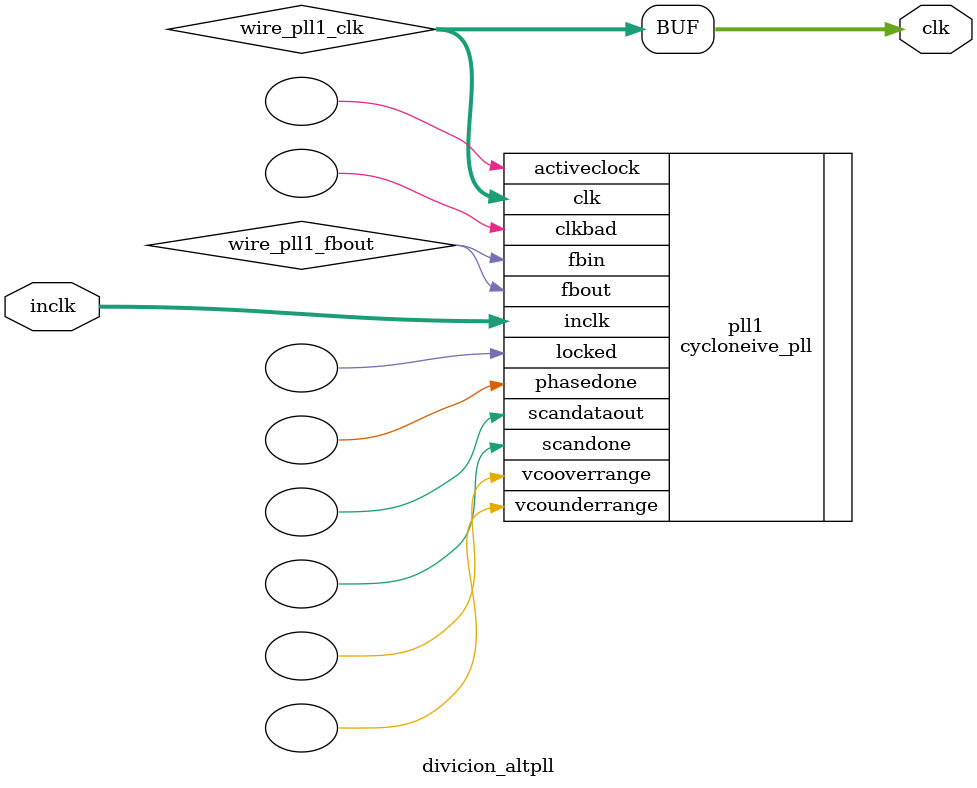
<source format=v>






//synthesis_resources = cycloneive_pll 1 
//synopsys translate_off
`timescale 1 ps / 1 ps
//synopsys translate_on
module  divicion_altpll
	( 
	clk,
	inclk) /* synthesis synthesis_clearbox=1 */;
	output   [4:0]  clk;
	input   [1:0]  inclk;
`ifndef ALTERA_RESERVED_QIS
// synopsys translate_off
`endif
	tri0   [1:0]  inclk;
`ifndef ALTERA_RESERVED_QIS
// synopsys translate_on
`endif

	wire  [4:0]   wire_pll1_clk;
	wire  wire_pll1_fbout;

	cycloneive_pll   pll1
	( 
	.activeclock(),
	.clk(wire_pll1_clk),
	.clkbad(),
	.fbin(wire_pll1_fbout),
	.fbout(wire_pll1_fbout),
	.inclk(inclk),
	.locked(),
	.phasedone(),
	.scandataout(),
	.scandone(),
	.vcooverrange(),
	.vcounderrange()
	`ifndef FORMAL_VERIFICATION
	// synopsys translate_off
	`endif
	,
	.areset(1'b0),
	.clkswitch(1'b0),
	.configupdate(1'b0),
	.pfdena(1'b1),
	.phasecounterselect({3{1'b0}}),
	.phasestep(1'b0),
	.phaseupdown(1'b0),
	.scanclk(1'b0),
	.scanclkena(1'b1),
	.scandata(1'b0)
	`ifndef FORMAL_VERIFICATION
	// synopsys translate_on
	`endif
	);
	defparam
		pll1.bandwidth_type = "auto",
		pll1.clk3_divide_by = 50,
		pll1.clk3_duty_cycle = 50,
		pll1.clk3_multiply_by = 1,
		pll1.clk3_phase_shift = "0",
		pll1.compensate_clock = "clk3",
		pll1.inclk0_input_frequency = 20000,
		pll1.operation_mode = "normal",
		pll1.pll_type = "auto",
		pll1.lpm_type = "cycloneive_pll";
	assign
		clk = {wire_pll1_clk[4:0]};
endmodule //divicion_altpll
//VALID FILE

</source>
